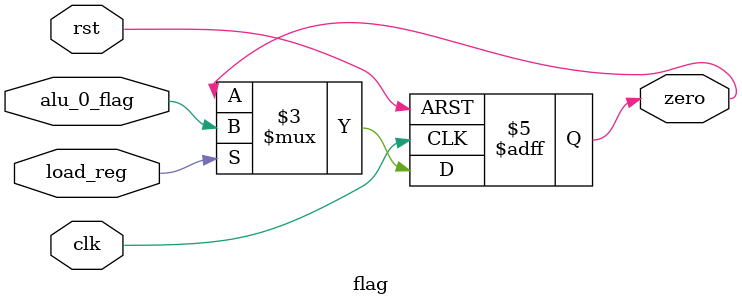
<source format=v>
module flag(rst,clk,alu_0_flag,load_reg,zero);
input alu_0_flag,load_reg,rst,clk;
output reg zero;
always@(posedge clk or posedge rst)
begin
if(rst)
zero=1'd0;
else if(load_reg)
zero=alu_0_flag;
else
zero=zero;
end
endmodule

</source>
